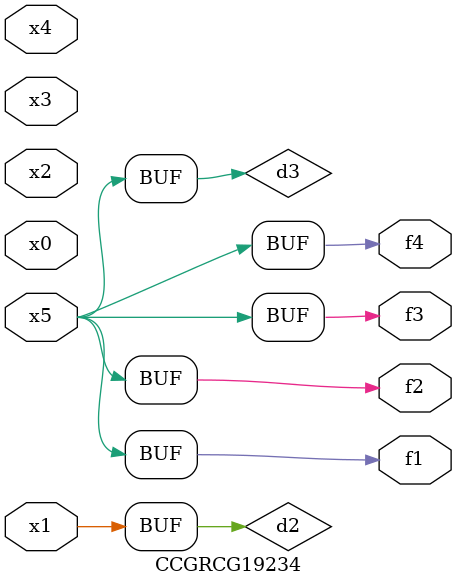
<source format=v>
module CCGRCG19234(
	input x0, x1, x2, x3, x4, x5,
	output f1, f2, f3, f4
);

	wire d1, d2, d3;

	not (d1, x5);
	or (d2, x1);
	xnor (d3, d1);
	assign f1 = d3;
	assign f2 = d3;
	assign f3 = d3;
	assign f4 = d3;
endmodule

</source>
